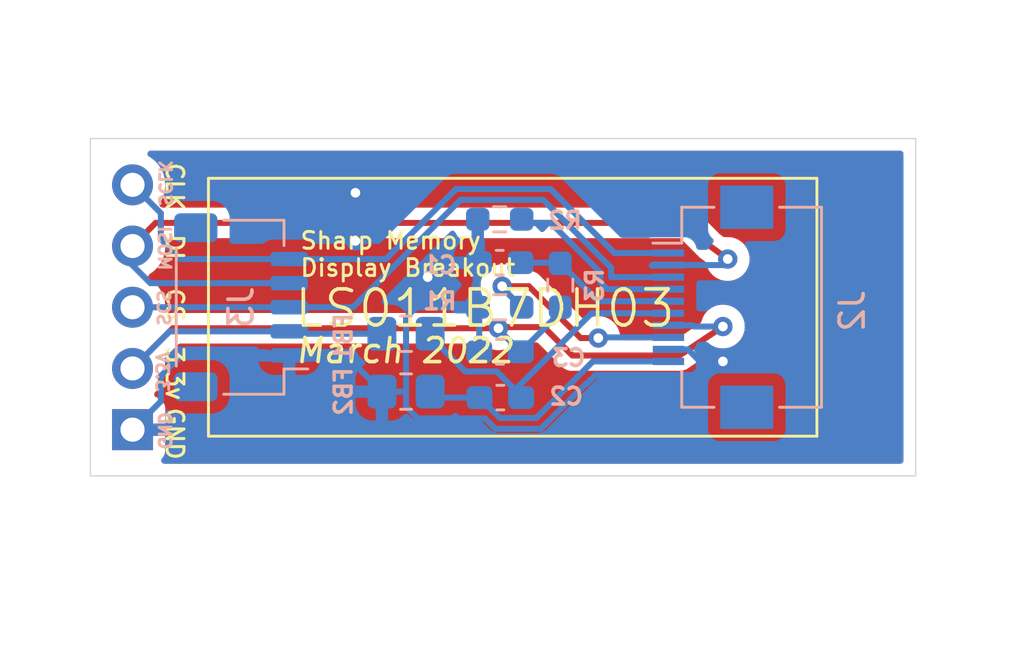
<source format=kicad_pcb>
(kicad_pcb (version 20211014) (generator pcbnew)
  (layers (0 "F.Cu" signal) (31 "B.Cu" signal) (34 "B.Paste" user) (35 "F.Paste" user) (36 "B.SilkS" user "B.Silkscreen") (37 "F.SilkS" user "F.Silkscreen") (38 "B.Mask" user) (39 "F.Mask" user) (44 "Edge.Cuts" user))
  (net 0 "")
  (net 1 "VSS")
  (net 2 "DISP")
  (net 3 "VSSA")
  (net 4 "VDDA")
  (net 5 "VDD")
  (net 6 "SCLK")
  (net 7 "SI")
  (net 8 "SCS")
  (net 9 "EXTMODE")
  (net 10 "EXTCOMIN")
  (footprint "Connector_PinSocket_2.54mm:PinSocket_1x05_P2.54mm_Vertical" (layer "F.Cu") (at 24.2526 35.5704 180)
    (fp_text reference "J1" hide)
    (fp_text value "Conn_01x05")
    (pad "1" thru_hole rect (at 0 0 180) (size 1.7 1.7) (drill 1) (layers *.Cu *.Mask) (net 1 "VSS"))
    (pad "2" thru_hole oval (at 0 2.54 180) (size 1.7 1.7) (drill 1) (layers *.Cu *.Mask) (net 5 "VDD"))
    (pad "3" thru_hole oval (at 0 5.08 180) (size 1.7 1.7) (drill 1) (layers *.Cu *.Mask) (net 8 "SCS"))
    (pad "4" thru_hole oval (at 0 7.62 180) (size 1.7 1.7) (drill 1) (layers *.Cu *.Mask) (net 7 "SI"))
    (pad "5" thru_hole oval (at 0 10.16 180) (size 1.7 1.7) (drill 1) (layers *.Cu *.Mask) (net 6 "SCLK"))
  )
  (footprint "Capacitor_SMD:C_0603_1608Metric_Pad1.08x0.95mm_HandSolder" (layer "B.Cu") (at 39.4901 28.6404 180)
    (fp_text reference "C1" (at 2.487458 -0.099989) (layer "B.SilkS") (effects (font (size 0.7 0.7)) (justify mirror)))
    (fp_text value "560pF/680pF")
    (fp_line (start -0.146267 0.51) (end 0.146267 0.51) (layer "B.SilkS") (width 0.12))
    (fp_line (start -0.146267 -0.51) (end 0.146267 -0.51) (layer "B.SilkS") (width 0.12))
    (pad "1" smd roundrect locked (at -0.8625 0 180) (size 1.075 0.95) (layers "B.Cu" "B.Paste" "B.Mask") (net 2 "DISP"))
    (pad "2" smd roundrect locked (at 0.8625 0 180) (size 1.075 0.95) (layers "B.Cu" "B.Paste" "B.Mask") (net 1 "VSS"))
  )
  (footprint "Capacitor_SMD:C_0603_1608Metric_Pad1.08x0.95mm_HandSolder" (layer "B.Cu") (at 39.5151 34.2404 180)
    (fp_text reference "C2" (at -2.737542 0.050011) (layer "B.SilkS") (effects (font (size 0.7 0.7)) (justify mirror)))
    (fp_text value "1uF")
    (fp_line (start -0.146267 0.51) (end 0.146267 0.51) (layer "B.SilkS") (width 0.12))
    (fp_line (start -0.146267 -0.51) (end 0.146267 -0.51) (layer "B.SilkS") (width 0.12))
    (pad "1" smd roundrect locked (at -0.8625 0 180) (size 1.075 0.95) (layers "B.Cu" "B.Paste" "B.Mask") (net 4 "VDDA"))
    (pad "2" smd roundrect locked (at 0.8625 0 180) (size 1.075 0.95) (layers "B.Cu" "B.Paste" "B.Mask") (net 3 "VSSA"))
  )
  (footprint "Capacitor_SMD:C_0603_1608Metric_Pad1.08x0.95mm_HandSolder" (layer "B.Cu") (at 39.5026 32.3404 180)
    (fp_text reference "C3" (at -2.850042 -0.249989) (layer "B.SilkS") (effects (font (size 0.7 0.7)) (justify mirror)))
    (fp_text value "1uF ")
    (fp_line (start -0.146267 0.51) (end 0.146267 0.51) (layer "B.SilkS") (width 0.12))
    (fp_line (start -0.146267 -0.51) (end 0.146267 -0.51) (layer "B.SilkS") (width 0.12))
    (pad "1" smd roundrect locked (at -0.8625 0 180) (size 1.075 0.95) (layers "B.Cu" "B.Paste" "B.Mask") (net 5 "VDD"))
    (pad "2" smd roundrect locked (at 0.8625 0 180) (size 1.075 0.95) (layers "B.Cu" "B.Paste" "B.Mask") (net 1 "VSS"))
  )
  (footprint "Resistor_SMD:R_0805_2012Metric_Pad1.20x1.40mm_HandSolder" (layer "B.Cu") (at 35.6026 31.5904 180)
    (fp_text reference "FB1" (at 2.599958 -0.149989 90) (layer "B.SilkS") (effects (font (size 0.7 0.7)) (justify mirror)))
    (fp_text value "Ferrite_Bead_Small")
    (fp_line (start -0.227064 0.735) (end 0.227064 0.735) (layer "B.SilkS") (width 0.12))
    (fp_line (start -0.227064 -0.735) (end 0.227064 -0.735) (layer "B.SilkS") (width 0.12))
    (pad "1" smd roundrect locked (at -1 0 180) (size 1.2 1.4) (layers "B.Cu" "B.Paste" "B.Mask") (roundrect_rratio 0.2083325) (net 4 "VDDA"))
    (pad "2" smd roundrect locked (at 1 0 180) (size 1.2 1.4) (layers "B.Cu" "B.Paste" "B.Mask") (roundrect_rratio 0.2083325) (net 5 "VDD"))
  )
  (footprint "Resistor_SMD:R_0805_2012Metric_Pad1.20x1.40mm_HandSolder" (layer "B.Cu") (at 35.6026 33.9904)
    (fp_text reference "FB2" (at -2.599958 -0.000011 90) (layer "B.SilkS") (effects (font (size 0.7 0.7)) (justify mirror)))
    (fp_text value "Ferrite_Bead_Small")
    (fp_line (start -0.227064 0.735) (end 0.227064 0.735) (layer "B.SilkS") (width 0.12))
    (fp_line (start -0.227064 -0.735) (end 0.227064 -0.735) (layer "B.SilkS") (width 0.12))
    (pad "1" smd roundrect locked (at -1 0) (size 1.2 1.4) (layers "B.Cu" "B.Paste" "B.Mask") (roundrect_rratio 0.2083325) (net 1 "VSS"))
    (pad "2" smd roundrect locked (at 1 0) (size 1.2 1.4) (layers "B.Cu" "B.Paste" "B.Mask") (roundrect_rratio 0.2083325) (net 3 "VSSA"))
  )
  (footprint "Resistor_SMD:R_0603_1608Metric_Pad0.98x0.95mm_HandSolder" (layer "B.Cu") (at 39.4901 30.4904 180)
    (fp_text reference "R1" (at 2.487458 0.250011) (layer "B.SilkS") (effects (font (size 0.7 0.7)) (justify mirror)))
    (fp_text value "10k")
    (fp_line (start -0.254724 -0.5225) (end 0.254724 -0.5225) (layer "B.SilkS") (width 0.12))
    (fp_line (start -0.254724 0.5225) (end 0.254724 0.5225) (layer "B.SilkS") (width 0.12))
    (pad "1" smd roundrect locked (at -0.9125 0 180) (size 0.975 0.95) (layers "B.Cu" "B.Paste" "B.Mask") (net 9 "EXTMODE"))
    (pad "2" smd roundrect locked (at 0.9125 0 180) (size 0.975 0.95) (layers "B.Cu" "B.Paste" "B.Mask") (net 1 "VSS"))
  )
  (footprint "Connector_FFC-FPC:Hirose_FH12-10S-0.5SH_1x10-1MP_P0.50mm_Horizontal" (layer "B.Cu") (at 52.915142 30.4904 -90)
    (fp_text reference "J2" (at 0.149989 -1.200042 90) (layer "B.SilkS") (effects (justify mirror)))
    (fp_text value "Conn_01x10")
    (fp_line (start 4.15 0.072) (end 4.15 1.812) (layer "B.SilkS") (width 0.12))
    (fp_line (start -4.15 5.872) (end -4.15 4.532) (layer "B.SilkS") (width 0.12))
    (fp_line (start 2.66 5.872) (end 4.15 5.872) (layer "B.SilkS") (width 0.12))
    (fp_line (start -2.66 5.872) (end -4.15 5.872) (layer "B.SilkS") (width 0.12))
    (fp_line (start -2.66 5.872) (end -2.66 7.072) (layer "B.SilkS") (width 0.12))
    (fp_line (start 4.15 5.872) (end 4.15 4.532) (layer "B.SilkS") (width 0.12))
    (fp_line (start -4.15 1.812) (end -4.15 0.072) (layer "B.SilkS") (width 0.12))
    (fp_line (start -4.15 0.072) (end 4.15 0.072) (layer "B.SilkS") (width 0.12))
    (pad "1" smd rect locked (at -2.25 6.422 270) (size 0.3 1.3) (layers "B.Cu" "B.Paste" "B.Mask") (net 6 "SCLK"))
    (pad "2" smd rect locked (at -1.75 6.422 270) (size 0.3 1.3) (layers "B.Cu" "B.Paste" "B.Mask") (net 7 "SI"))
    (pad "3" smd rect locked (at -1.25 6.422 270) (size 0.3 1.3) (layers "B.Cu" "B.Paste" "B.Mask") (net 8 "SCS"))
    (pad "4" smd rect locked (at -0.75 6.422 270) (size 0.3 1.3) (layers "B.Cu" "B.Paste" "B.Mask") (net 10 "EXTCOMIN"))
    (pad "5" smd rect locked (at -0.25 6.422 270) (size 0.3 1.3) (layers "B.Cu" "B.Paste" "B.Mask") (net 2 "DISP"))
    (pad "6" smd rect locked (at 0.25 6.422 270) (size 0.3 1.3) (layers "B.Cu" "B.Paste" "B.Mask") (net 4 "VDDA"))
    (pad "7" smd rect locked (at 0.75 6.422 270) (size 0.3 1.3) (layers "B.Cu" "B.Paste" "B.Mask") (net 5 "VDD"))
    (pad "8" smd rect locked (at 1.25 6.422 270) (size 0.3 1.3) (layers "B.Cu" "B.Paste" "B.Mask") (net 9 "EXTMODE"))
    (pad "9" smd rect locked (at 1.75 6.422 270) (size 0.3 1.3) (layers "B.Cu" "B.Paste" "B.Mask") (net 1 "VSS"))
    (pad "10" smd rect locked (at 2.25 6.422 270) (size 0.3 1.3) (layers "B.Cu" "B.Paste" "B.Mask") (net 3 "VSSA"))
    (pad "MP" smd rect locked (at 4.15 3.172 270) (size 1.8 2.2) (layers "B.Cu" "B.Paste" "B.Mask"))
    (pad "MP" smd rect locked (at -4.15 3.172 270) (size 1.8 2.2) (layers "B.Cu" "B.Paste" "B.Mask"))
  )
  (footprint "Resistor_SMD:R_0603_1608Metric_Pad0.98x0.95mm_HandSolder" (layer "B.Cu") (at 39.4901 26.8404 180)
    (fp_text reference "R2" (at -2.712542 -0.049989) (layer "B.SilkS") (effects (font (size 0.7 0.7)) (justify mirror)))
    (fp_text value "10k")
    (fp_line (start -0.254724 0.5225) (end 0.254724 0.5225) (layer "B.SilkS") (width 0.12))
    (fp_line (start -0.254724 -0.5225) (end 0.254724 -0.5225) (layer "B.SilkS") (width 0.12))
    (pad "1" smd roundrect locked (at -0.9125 0 180) (size 0.975 0.95) (layers "B.Cu" "B.Paste" "B.Mask") (net 10 "EXTCOMIN"))
    (pad "2" smd roundrect locked (at 0.9125 0 180) (size 0.975 0.95) (layers "B.Cu" "B.Paste" "B.Mask") (net 1 "VSS"))
  )
  (footprint "Connector_JST:JST_SH_SM05B-SRSS-TB_1x05-1MP_P1.00mm_Horizontal" (layer "B.Cu") (at 28.7526 30.4904 90)
    (fp_text reference "J3" (at 0.000011 0.000042 90) (layer "B.SilkS") (effects (justify mirror)))
    (fp_text value "Conn_01x05_Male")
    (fp_line (start 3.61 1.785) (end 2.56 1.785) (layer "B.SilkS") (width 0.12))
    (fp_line (start -3.61 -0.715) (end -3.61 1.785) (layer "B.SilkS") (width 0.12))
    (fp_line (start -2.44 -2.685) (end 2.44 -2.685) (layer "B.SilkS") (width 0.12))
    (fp_line (start -3.61 1.785) (end -2.56 1.785) (layer "B.SilkS") (width 0.12))
    (fp_line (start 3.61 -0.715) (end 3.61 1.785) (layer "B.SilkS") (width 0.12))
    (fp_line (start -2.56 1.785) (end -2.56 2.775) (layer "B.SilkS") (width 0.12))
    (pad "1" smd roundrect locked (at -2 2 90) (size 0.6 1.55) (layers "B.Cu" "B.Paste" "B.Mask") (net 1 "VSS"))
    (pad "2" smd roundrect locked (at -1 2 90) (size 0.6 1.55) (layers "B.Cu" "B.Paste" "B.Mask") (net 5 "VDD"))
    (pad "3" smd roundrect locked (at 0 2 90) (size 0.6 1.55) (layers "B.Cu" "B.Paste" "B.Mask") (net 8 "SCS"))
    (pad "4" smd roundrect locked (at 1 2 90) (size 0.6 1.55) (layers "B.Cu" "B.Paste" "B.Mask") (net 7 "SI"))
    (pad "5" smd roundrect locked (at 2 2 90) (size 0.6 1.55) (layers "B.Cu" "B.Paste" "B.Mask") (net 6 "SCLK"))
    (pad "MP" smd roundrect locked (at 3.3 -1.875 90) (size 1.2 1.8) (layers "B.Cu" "B.Paste" "B.Mask") (roundrect_rratio 0.2083325))
    (pad "MP" smd roundrect locked (at -3.3 -1.875 90) (size 1.2 1.8) (layers "B.Cu" "B.Paste" "B.Mask") (roundrect_rratio 0.2083325))
  )
  (footprint "Resistor_SMD:R_0603_1608Metric_Pad0.98x0.95mm_HandSolder" (layer "B.Cu") (at 42.002642 29.577889 90)
    (fp_text reference "R3" (at 0 1.43 90) (layer "B.SilkS") (effects (font (size 0.7 0.7)) (justify mirror)))
    (fp_text value "10k")
    (fp_line (start -0.254724 0.5225) (end 0.254724 0.5225) (layer "B.SilkS") (width 0.12))
    (fp_line (start -0.254724 -0.5225) (end 0.254724 -0.5225) (layer "B.SilkS") (width 0.12))
    (pad "1" smd roundrect (at -0.9125 0 90) (size 0.975 0.95) (layers "B.Cu" "B.Paste" "B.Mask") (net 5 "VDD"))
    (pad "2" smd roundrect (at 0.9125 0 90) (size 0.975 0.95) (layers "B.Cu" "B.Paste" "B.Mask") (net 2 "DISP"))
  )
  (gr_line (start 52.652642 35.840389) (end 52.652642 25.140389) (layer "F.SilkS") (width 0.12))
  (gr_line (start 52.652642 25.140389) (end 27.402642 25.140389) (layer "F.SilkS") (width 0.12))
  (gr_line (start 27.402642 35.840389) (end 52.652642 35.840389) (layer "F.SilkS") (width 0.12))
  (gr_line (start 27.402642 25.140389) (end 27.402642 35.840389) (layer "F.SilkS") (width 0.12))
  (gr_line (start 56.752642 37.490389) (end 56.752642 23.490389) (layer "Edge.Cuts") (width 0.05))
  (gr_line (start 22.502642 23.490389) (end 22.502642 37.490389) (layer "Edge.Cuts") (width 0.05))
  (gr_line (start 22.502642 37.490389) (end 56.752642 37.490389) (layer "Edge.Cuts") (width 0.05))
  (gr_line (start 56.752642 23.490389) (end 22.502642 23.490389) (layer "Edge.Cuts") (width 0.05))
  (gr_text "MOSI" (at 25.577642 28.040389 -90) (layer "B.SilkS") (effects (font (size 0.5 0.5) (thickness 0.12)) (justify mirror)))
  (gr_text "GND" (at 25.577642 35.615389 270) (layer "B.SilkS") (effects (font (size 0.5 0.5) (thickness 0.125)) (justify mirror)))
  (gr_text "SCS" (at 25.527642 30.515389 -90) (layer "B.SilkS") (effects (font (size 0.5 0.5) (thickness 0.12)) (justify mirror)))
  (gr_text "SCLK" (at 25.602642 25.340389 -90) (layer "B.SilkS") (effects (font (size 0.5 0.5) (thickness 0.12)) (justify mirror)))
  (gr_text "3.3V" (at 25.477642 33.165389 270) (layer "B.SilkS") (effects (font (size 0.5 0.5) (thickness 0.12)) (justify mirror)))
  (gr_text " LS011B7DH03" (at 38.302642 30.540389) (layer "F.SilkS") (effects (font (size 1.5 1.5))))
  (gr_text "DI" (at 26.002642 27.990389 -90) (layer "F.SilkS") (effects (font (size 0.7 0.7) (thickness 0.125))))
  (gr_text "3.3v" (at 26.002642 33.240389 -90) (layer "F.SilkS") (effects (font (size 0.7 0.7) (thickness 0.125))))
  (gr_text "GND" (at 26.002642 35.740389 -90) (layer "F.SilkS") (effects (font (size 0.7 0.7) (thickness 0.125))))
  (gr_text "CS" (at 26.002642 30.390389 -90) (layer "F.SilkS") (effects (font (size 0.7 0.7) (thickness 0.125))))
  (gr_text "CLK" (at 26.002642 25.490389 -90) (layer "F.SilkS") (effects (font (size 0.7 0.7) (thickness 0.125))))
  (gr_text "March 2022" (at 30.952642 32.290389) (layer "F.SilkS") (effects (font (size 1 1) (thickness 0.15) italic) (justify left)))
  (gr_text "Sharp Memory \nDisplay Breakout" (at 31.152642 28.290389) (layer "F.SilkS") (effects (font (size 0.7 0.7) (thickness 0.12)) (justify left)))
  (via (at 33.502642 25.740389) (size 0.8) (drill 0.4) (layers "F.Cu" "B.Cu") (net 1))
  (via (at 48.752642 32.7394) (size 0.8) (drill 0.4) (layers "F.Cu" "B.Cu") (net 1))
  (via (at 36.502642 29.240389) (size 0.8) (drill 0.4) (layers "F.Cu" "B.Cu") (net 1))
  (via (at 33.502642 27.740389) (size 0.8) (drill 0.4) (layers "F.Cu" "B.Cu") (net 1))
  (segment (start 25.427601 34.395399) (end 24.2526 35.5704) (width 0.25) (layer "B.Cu") (net 1))
  (segment (start 33.502642 27.740389) (end 33.502642 25.740389) (width 0.25) (layer "B.Cu") (net 1))
  (segment (start 35.6026 30.918) (end 36.0302 30.4904) (width 0.25) (layer "B.Cu") (net 1))
  (segment (start 47.752642 32.690389) (end 47.752642 33.090389) (width 0.25) (layer "B.Cu") (net 1))
  (segment (start 36.0302 30.4904) (end 38.5776 30.4904) (width 0.25) (layer "B.Cu") (net 1))
  (segment (start 47.539807 33.303224) (end 43.464807 33.303224) (width 0.25) (layer "B.Cu") (net 1))
  (segment (start 30.7526 32.4904) (end 26.277631 32.4904) (width 0.25) (layer "B.Cu") (net 1))
  (segment (start 35.6026 34.6154) (end 35.6026 33.9904) (width 0.25) (layer "B.Cu") (net 1))
  (segment (start 39.3113 35.53551) (end 38.878706 35.102916) (width 0.25) (layer "B.Cu") (net 1))
  (segment (start 34.6026 33.9904) (end 33.1026 32.4904) (width 0.25) (layer "B.Cu") (net 1))
  (segment (start 35.6026 33.9904) (end 34.6026 33.9904) (width 0.25) (layer "B.Cu") (net 1))
  (segment (start 47.801653 32.7394) (end 47.752642 32.690389) (width 0.25) (layer "B.Cu") (net 1))
  (segment (start 48.752642 32.7394) (end 47.801653 32.7394) (width 0.25) (layer "B.Cu") (net 1))
  (segment (start 47.302653 32.2404) (end 47.752642 32.690389) (width 0.25) (layer "B.Cu") (net 1))
  (segment (start 25.427601 33.34043) (end 25.427601 34.395399) (width 0.25) (layer "B.Cu") (net 1))
  (segment (start 41.1966 35.53551) (end 39.3113 35.53551) (width 0.25) (layer "B.Cu") (net 1))
  (segment (start 33.1026 32.4904) (end 30.7526 32.4904) (width 0.25) (layer "B.Cu") (net 1))
  (segment (start 35.6026 33.9904) (end 35.6026 30.918) (width 0.25) (layer "B.Cu") (net 1))
  (segment (start 26.277631 32.4904) (end 25.427601 33.34043) (width 0.25) (layer "B.Cu") (net 1))
  (segment (start 38.878706 35.102916) (end 36.090115 35.102916) (width 0.25) (layer "B.Cu") (net 1))
  (segment (start 38.5776 28.6904) (end 38.5776 30.4904) (width 0.25) (layer "B.Cu") (net 1))
  (segment (start 43.464807 33.303224) (end 43.102642 33.665389) (width 0.25) (layer "B.Cu") (net 1))
  (segment (start 38.6401 32.3404) (end 38.6401 30.5529) (width 0.25) (layer "B.Cu") (net 1))
  (segment (start 47.752642 33.090389) (end 47.539807 33.303224) (width 0.25) (layer "B.Cu") (net 1))
  (segment (start 36.090115 35.102916) (end 35.6026 34.6154) (width 0.25) (layer "B.Cu") (net 1))
  (segment (start 43.102642 33.665389) (end 43.066721 33.665389) (width 0.25) (layer "B.Cu") (net 1))
  (segment (start 38.5776 28.5904) (end 38.5776 26.8404) (width 0.25) (layer "B.Cu") (net 1))
  (segment (start 46.493142 32.2404) (end 47.302653 32.2404) (width 0.25) (layer "B.Cu") (net 1))
  (segment (start 43.066721 33.665389) (end 41.1966 35.53551) (width 0.25) (layer "B.Cu") (net 1))
  (segment (start 43.577653 30.2404) (end 46.493142 30.2404) (width 0.25) (layer "B.Cu") (net 2))
  (segment (start 42.002642 28.665389) (end 43.577653 30.2404) (width 0.25) (layer "B.Cu") (net 2))
  (segment (start 40.3526 28.6404) (end 41.977653 28.6404) (width 0.25) (layer "B.Cu") (net 2))
  (segment (start 41.0102 35.0855) (end 39.4977 35.0855) (width 0.25) (layer "B.Cu") (net 3))
  (segment (start 39.4977 35.0855) (end 38.6526 34.2404) (width 0.25) (layer "B.Cu") (net 3))
  (segment (start 36.8526 34.2404) (end 38.6526 34.2404) (width 0.25) (layer "B.Cu") (net 3))
  (segment (start 46.493142 32.7404) (end 43.3553 32.7404) (width 0.25) (layer "B.Cu") (net 3))
  (segment (start 43.3553 32.7404) (end 41.0102 35.0855) (width 0.25) (layer "B.Cu") (net 3))
  (segment (start 36.6026 31.6966) (end 38.0633 33.1573) (width 0.25) (layer "B.Cu") (net 4))
  (segment (start 43.303 30.7404) (end 46.493142 30.7404) (width 0.25) (layer "B.Cu") (net 4))
  (segment (start 40.1285 33.9149) (end 43.303 30.7404) (width 0.25) (layer "B.Cu") (net 4))
  (segment (start 39.3709 33.1573) (end 40.1285 33.9149) (width 0.25) (layer "B.Cu") (net 4))
  (segment (start 38.0633 33.1573) (end 39.3709 33.1573) (width 0.25) (layer "B.Cu") (net 4))
  (segment (start 39.4372 31.3625) (end 25.9205 31.3625) (width 0.25) (layer "F.Cu") (net 5))
  (segment (start 41.323387 31.315389) (end 39.484311 31.315389) (width 0.25) (layer "F.Cu") (net 5))
  (segment (start 42.501499 32.493501) (end 41.323387 31.315389) (width 0.25) (layer "F.Cu") (net 5))
  (segment (start 46.94953 32.493501) (end 42.501499 32.493501) (width 0.25) (layer "F.Cu") (net 5))
  (segment (start 25.9205 31.3625) (end 24.2526 33.0304) (width 0.25) (layer "F.Cu") (net 5))
  (segment (start 39.484311 31.315389) (end 39.4372 31.3625) (width 0.25) (layer "F.Cu") (net 5))
  (segment (start 48.752642 31.290389) (end 46.94953 32.493501) (width 0.25) (layer "F.Cu") (net 5))
  (via (at 39.4372 31.3625) (size 0.8) (drill 0.4) (layers "F.Cu" "B.Cu") (net 5))
  (via (at 48.752642 31.290389) (size 0.8) (drill 0.4) (layers "F.Cu" "B.Cu") (net 5))
  (segment (start 47.502653 31.2404) (end 46.493142 31.2404) (width 0.25) (layer "B.Cu") (net 5))
  (segment (start 25.7926 31.4904) (end 24.2526 33.0304) (width 0.25) (layer "B.Cu") (net 5))
  (segment (start 30.7526 31.4904) (end 25.7926 31.4904) (width 0.25) (layer "B.Cu") (net 5))
  (segment (start 42.002642 30.702858) (end 40.3651 32.3404) (width 0.25) (layer "B.Cu") (net 5))
  (segment (start 47.502653 31.2404) (end 47.552642 31.290389) (width 0.25) (layer "B.Cu") (net 5))
  (segment (start 30.8526 31.5904) (end 34.6026 31.5904) (width 0.25) (layer "B.Cu") (net 5))
  (segment (start 40.3651 32.3404) (end 39.4372 31.4125) (width 0.25) (layer "B.Cu") (net 5))
  (segment (start 47.552642 31.290389) (end 48.752642 31.290389) (width 0.25) (layer "B.Cu") (net 5))
  (segment (start 39.4372 31.4125) (end 39.4372 31.3625) (width 0.25) (layer "B.Cu") (net 5))
  (segment (start 41.595953 25.5837) (end 37.67629 25.5837) (width 0.25) (layer "B.Cu") (net 6))
  (segment (start 46.493142 28.2404) (end 44.252653 28.2404) (width 0.25) (layer "B.Cu") (net 6))
  (segment (start 37.67629 25.5837) (end 34.76959 28.4904) (width 0.25) (layer "B.Cu") (net 6))
  (segment (start 25.427601 27.665348) (end 25.427601 26.585401) (width 0.25) (layer "B.Cu") (net 6))
  (segment (start 30.7526 28.4904) (end 26.252653 28.4904) (width 0.25) (layer "B.Cu") (net 6))
  (segment (start 34.76959 28.4904) (end 30.7526 28.4904) (width 0.25) (layer "B.Cu") (net 6))
  (segment (start 44.252653 28.2404) (end 41.595953 25.5837) (width 0.25) (layer "B.Cu") (net 6))
  (segment (start 26.252653 28.4904) (end 25.427601 27.665348) (width 0.25) (layer "B.Cu") (net 6))
  (segment (start 25.427601 26.585401) (end 24.2526 25.4104) (width 0.25) (layer "B.Cu") (net 6))
  (segment (start 25.212611 26.990389) (end 24.2526 27.9504) (width 0.25) (layer "F.Cu") (net 7))
  (segment (start 47.252642 26.990389) (end 25.212611 26.990389) (width 0.25) (layer "F.Cu") (net 7))
  (segment (start 48.952642 28.490389) (end 48.212653 27.9504) (width 0.25) (layer "F.Cu") (net 7))
  (segment (start 48.212653 27.9504) (end 47.252642 26.990389) (width 0.25) (layer "F.Cu") (net 7))
  (via (at 48.952642 28.490389) (size 0.8) (drill 0.4) (layers "F.Cu" "B.Cu") (net 7))
  (segment (start 24.2526 28.751398) (end 24.991602 29.4904) (width 0.25) (layer "B.Cu") (net 7))
  (segment (start 24.991602 29.4904) (end 30.7526 29.4904) (width 0.25) (layer "B.Cu") (net 7))
  (segment (start 45.802631 28.765378) (end 45.802642 28.765389) (width 0.25) (layer "B.Cu") (net 7))
  (segment (start 45.802631 28.7404) (end 45.802631 28.765378) (width 0.25) (layer "B.Cu") (net 7))
  (segment (start 48.952642 28.490389) (end 48.902631 28.7404) (width 0.25) (layer "B.Cu") (net 7))
  (segment (start 24.2526 27.9504) (end 24.2526 28.751398) (width 0.25) (layer "B.Cu") (net 7))
  (segment (start 48.902631 28.7404) (end 46.493142 28.7404) (width 0.25) (layer "B.Cu") (net 7))
  (segment (start 44.1166 28.854347) (end 44.1166 29.233709) (width 0.25) (layer "B.Cu") (net 8))
  (segment (start 37.8624 26.034) (end 41.296253 26.034) (width 0.25) (layer "B.Cu") (net 8))
  (segment (start 41.296253 26.034) (end 44.1166 28.854347) (width 0.25) (layer "B.Cu") (net 8))
  (segment (start 44.123291 29.2404) (end 46.493142 29.2404) (width 0.25) (layer "B.Cu") (net 8))
  (segment (start 24.2526 30.4904) (end 30.7526 30.4904) (width 0.25) (layer "B.Cu") (net 8))
  (segment (start 33.406 30.4904) (end 37.8624 26.034) (width 0.25) (layer "B.Cu") (net 8))
  (segment (start 44.1166 29.233709) (end 44.123291 29.2404) (width 0.25) (layer "B.Cu") (net 8))
  (segment (start 30.7526 30.4904) (end 33.406 30.4904) (width 0.25) (layer "B.Cu") (net 8))
  (segment (start 42.850001 31.769001) (end 40.6993 29.6183) (width 0.25) (layer "F.Cu") (net 9))
  (segment (start 43.580642 31.769001) (end 42.850001 31.769001) (width 0.25) (layer "F.Cu") (net 9))
  (segment (start 40.6993 29.6183) (end 39.5913 29.6183) (width 0.25) (layer "F.Cu") (net 9))
  (via (at 43.580642 31.769001) (size 0.8) (drill 0.4) (layers "F.Cu" "B.Cu") (net 9))
  (via (at 39.5913 29.6183) (size 0.8) (drill 0.4) (layers "F.Cu" "B.Cu") (net 9))
  (segment (start 39.5913 29.6791) (end 39.5913 29.6183) (width 0.25) (layer "B.Cu") (net 9))
  (segment (start 40.4026 30.4904) (end 39.5913 29.6791) (width 0.25) (layer "B.Cu") (net 9))
  (segment (start 43.580642 31.769001) (end 43.609243 31.7404) (width 0.25) (layer "B.Cu") (net 9))
  (segment (start 43.609243 31.7404) (end 46.493142 31.7404) (width 0.25) (layer "B.Cu") (net 9))
  (segment (start 41.252642 26.990389) (end 41.502642 26.990389) (width 0.25) (layer "B.Cu") (net 10))
  (segment (start 41.502642 26.990389) (end 41.609958 26.990389) (width 0.25) (layer "B.Cu") (net 10))
  (segment (start 40.502642 26.990389) (end 41.002642 26.990389) (width 0.25) (layer "B.Cu") (net 10))
  (segment (start 43.66708 29.047511) (end 43.66708 29.455318) (width 0.25) (layer "B.Cu") (net 10))
  (segment (start 41.252642 27.240389) (end 41.252642 26.990389) (width 0.25) (layer "B.Cu") (net 10))
  (segment (start 41.609958 26.990389) (end 43.66708 29.047511) (width 0.25) (layer "B.Cu") (net 10))
  (segment (start 41.252642 27.240389) (end 41.502642 26.990389) (width 0.25) (layer "B.Cu") (net 10))
  (segment (start 43.952162 29.7404) (end 46.493142 29.7404) (width 0.25) (layer "B.Cu") (net 10))
  (segment (start 41.252642 27.240389) (end 41.002642 26.990389) (width 0.25) (layer "B.Cu") (net 10))
  (segment (start 41.002642 26.990389) (end 41.252642 26.990389) (width 0.25) (layer "B.Cu") (net 10))
  (segment (start 43.66708 29.455318) (end 43.952162 29.7404) (width 0.25) (layer "B.Cu") (net 10))
  (zone (net 1) (net_name "VSS") (layers F&B.Cu) (connect_pads (clearance 0.508)) (min_thickness 0.254) (fill yes (thermal_gap 0.508) (thermal_bridge_width 0.508))
    (polygon (pts (xy 60.502642 43.740389) (xy 20.502642 43.490389) (xy 21.002642 18.240389) (xy 21.002642 17.990389) (xy 59.752642 17.990389)))
  )
  (zone (net 1) (net_name "VSS") (layer "B.Cu") (connect_pads (clearance 0.508)) (min_thickness 0.254) (fill yes (thermal_gap 0.508) (thermal_bridge_width 0.508))
    (polygon (pts (xy 61.252642 17.990389) (xy 61.002642 44.740389) (xy 20.252642 44.490389) (xy 18.752642 39.990389) (xy 19.252642 17.740389)))
  )
)
</source>
